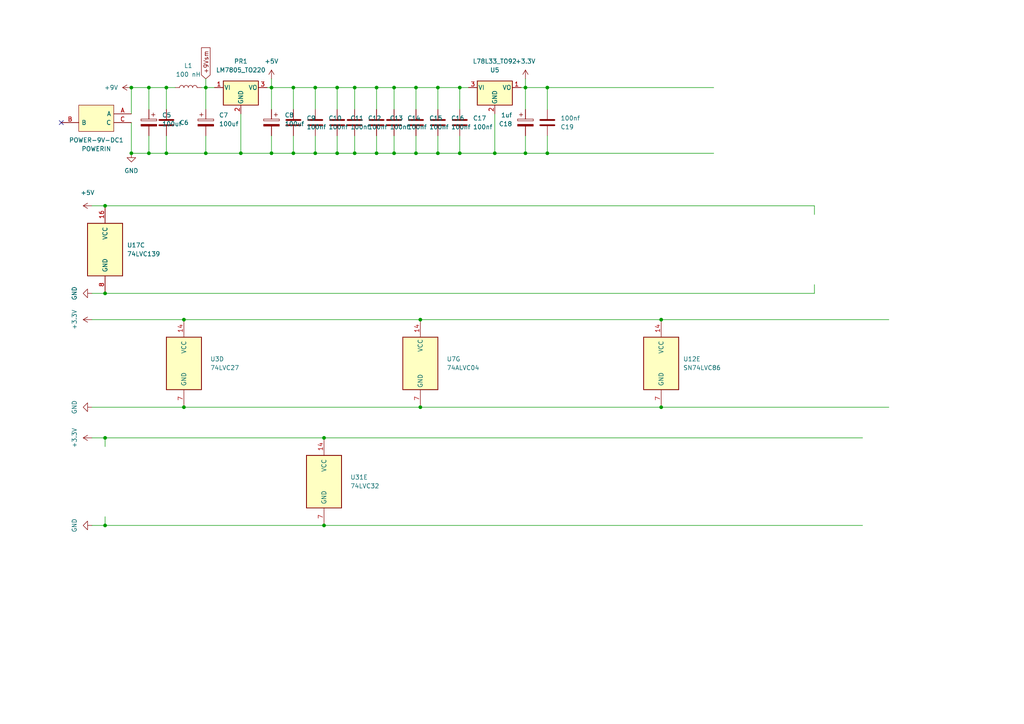
<source format=kicad_sch>
(kicad_sch (version 20211123) (generator eeschema)
  (paper "A4")
  (title_block (title "JupiterAce Z80 plus KIO and new memory format.") (rev "${REVNUM}") (company "Ontobus") (comment 1 "John Bradley") (comment 2 "https://creativecommons.org/licenses/by-nc-sa/4.0/") (comment 3 "Attribution-NonCommercial-ShareAlike 4.0 International License.") (comment 4 "This work is licensed under a Creative Commons "))
  (lib_symbols
    (symbol "74xx-FIX:74LS04"
      (property "Reference" "U" (at 0 1.27 0))
      (property "Value" "74LS04" (at 0 -1.27 0))
      (symbol "74LS04_1_0"
        (polyline (pts (xy -3.81 3.81) (xy -3.81 -3.81) (xy 3.81 0) (xy -3.81 3.81)) (stroke (width 0.254)) (fill (type background)))
        (pin input line (at -7.62 0 0) (length 3.81) (name "~") (number "1"))
        (pin output inverted (at 7.62 0 180) (length 3.81) (name "~") (number "2"))
      )
      (symbol "74LS04_2_0"
        (polyline (pts (xy -3.81 3.81) (xy -3.81 -3.81) (xy 3.81 0) (xy -3.81 3.81)) (stroke (width 0.254)) (fill (type background)))
        (pin input line (at -7.62 0 0) (length 3.81) (name "~") (number "3"))
        (pin output inverted (at 7.62 0 180) (length 3.81) (name "~") (number "4"))
      )
      (symbol "74LS04_3_0"
        (polyline (pts (xy -3.81 3.81) (xy -3.81 -3.81) (xy 3.81 0) (xy -3.81 3.81)) (stroke (width 0.254)) (fill (type background)))
        (pin input line (at -7.62 0 0) (length 3.81) (name "~") (number "5"))
        (pin output inverted (at 7.62 0 180) (length 3.81) (name "~") (number "6"))
      )
      (symbol "74LS04_4_0"
        (polyline (pts (xy -3.81 3.81) (xy -3.81 -3.81) (xy 3.81 0) (xy -3.81 3.81)) (stroke (width 0.254)) (fill (type background)))
        (pin output inverted (at 7.62 0 180) (length 3.81) (name "~") (number "8"))
        (pin input line (at -7.62 0 0) (length 3.81) (name "~") (number "9"))
      )
      (symbol "74LS04_5_0"
        (polyline (pts (xy -3.81 3.81) (xy -3.81 -3.81) (xy 3.81 0) (xy -3.81 3.81)) (stroke (width 0.254)) (fill (type background)))
        (pin output inverted (at 7.62 0 180) (length 3.81) (name "~") (number "10"))
        (pin input line (at -7.62 0 0) (length 3.81) (name "~") (number "11"))
      )
      (symbol "74LS04_6_0"
        (polyline (pts (xy -3.81 3.81) (xy -3.81 -3.81) (xy 3.81 0) (xy -3.81 3.81)) (stroke (width 0.254)) (fill (type background)))
        (pin output inverted (at 7.62 0 180) (length 3.81) (name "~") (number "12"))
        (pin input line (at -7.62 0 0) (length 3.81) (name "~") (number "13"))
      )
      (symbol "74LS04_7_0"
        (pin power_in line (at 0 12.7 270) (length 5.08) (name "VCC") (number "14"))
        (pin power_in line (at 0 -12.7 90) (length 5.08) (name "GND") (number "7"))
      )
      (symbol "74LS04_7_1"
        (rectangle (start -5.08 7.62) (end 5.08 -7.62) (stroke (width 0.254)) (fill (type background)))
      )
    )
    (symbol "74xx-FIX:74LS27" (pin_names (offset 1.016))
      (property "Reference" "U" (at 0 1.27 0))
      (property "Value" "74LS27" (at 0 -1.27 0))
      (symbol "74LS27_1_1"
        (arc (start -3.81 -3.81) (mid -2.589 0) (end -3.81 3.81) (stroke (width 0.254)))
        (arc (start -0.6096 -3.81) (mid 2.1855 -2.584) (end 3.81 0) (stroke (width 0.254)) (fill (type background)))
        (polyline (pts (xy -3.81 -3.81) (xy -0.635 -3.81)) (stroke (width 0.254)) (fill (type background)))
        (polyline (pts (xy -3.81 3.81) (xy -0.635 3.81)) (stroke (width 0.254)) (fill (type background)))
        (polyline (pts (xy -0.635 3.81) (xy -3.81 3.81) (xy -3.81 3.81) (xy -3.556 3.4036) (xy -3.0226 2.2606) (xy -2.6924 1.0414) (xy -2.6162 -0.254) (xy -2.7686 -1.4986) (xy -3.175 -2.7178) (xy -3.81 -3.81) (xy -3.81 -3.81) (xy -0.635 -3.81)) (stroke (width -25.4)) (fill (type background)))
        (arc (start 3.81 0) (mid 2.1928 2.5925) (end -0.6096 3.81) (stroke (width 0.254)) (fill (type background)))
        (pin input line (at -7.62 2.54 0) (length 4.318) (name "~") (number "1"))
        (pin output inverted (at 7.62 0 180) (length 3.81) (name "~") (number "12"))
        (pin input line (at -7.62 -2.54 0) (length 4.318) (name "~") (number "13"))
        (pin input line (at -7.62 0 0) (length 4.953) (name "~") (number "2"))
      )
      (symbol "74LS27_1_2"
        (arc (start 0 -3.81) (mid 3.81 0) (end 0 3.81) (stroke (width 0.254)) (fill (type background)))
        (polyline (pts (xy 0 3.81) (xy -3.81 3.81) (xy -3.81 -3.81) (xy 0 -3.81)) (stroke (width 0.254)) (fill (type background)))
        (pin input inverted (at -7.62 2.54 0) (length 3.81) (name "~") (number "1"))
        (pin output line (at 7.62 0 180) (length 3.81) (name "~") (number "12"))
        (pin input inverted (at -7.62 -2.54 0) (length 3.81) (name "~") (number "13"))
        (pin input inverted (at -7.62 0 0) (length 3.81) (name "~") (number "2"))
      )
      (symbol "74LS27_2_1"
        (arc (start -3.81 -3.81) (mid -2.589 0) (end -3.81 3.81) (stroke (width 0.254)))
        (arc (start -0.6096 -3.81) (mid 2.1855 -2.584) (end 3.81 0) (stroke (width 0.254)) (fill (type background)))
        (polyline (pts (xy -3.81 -3.81) (xy -0.635 -3.81)) (stroke (width 0.254)) (fill (type background)))
        (polyline (pts (xy -3.81 3.81) (xy -0.635 3.81)) (stroke (width 0.254)) (fill (type background)))
        (polyline (pts (xy -0.635 3.81) (xy -3.81 3.81) (xy -3.81 3.81) (xy -3.556 3.4036) (xy -3.0226 2.2606) (xy -2.6924 1.0414) (xy -2.6162 -0.254) (xy -2.7686 -1.4986) (xy -3.175 -2.7178) (xy -3.81 -3.81) (xy -3.81 -3.81) (xy -0.635 -3.81)) (stroke (width -25.4)) (fill (type background)))
        (arc (start 3.81 0) (mid 2.1928 2.5925) (end -0.6096 3.81) (stroke (width 0.254)) (fill (type background)))
        (pin input line (at -7.62 2.54 0) (length 4.318) (name "~") (number "3"))
        (pin input line (at -7.62 0 0) (length 4.953) (name "~") (number "4"))
        (pin input line (at -7.62 -2.54 0) (length 4.318) (name "~") (number "5"))
        (pin output inverted (at 7.62 0 180) (length 3.81) (name "~") (number "6"))
      )
      (symbol "74LS27_2_2"
        (arc (start 0 -3.81) (mid 3.81 0) (end 0 3.81) (stroke (width 0.254)) (fill (type background)))
        (polyline (pts (xy 0 3.81) (xy -3.81 3.81) (xy -3.81 -3.81) (xy 0 -3.81)) (stroke (width 0.254)) (fill (type background)))
        (pin input inverted (at -7.62 2.54 0) (length 3.81) (name "~") (number "3"))
        (pin input inverted (at -7.62 0 0) (length 3.81) (name "~") (number "4"))
        (pin input inverted (at -7.62 -2.54 0) (length 3.81) (name "~") (number "5"))
        (pin output line (at 7.62 0 180) (length 3.81) (name "~") (number "6"))
      )
      (symbol "74LS27_3_1"
        (arc (start -3.81 -3.81) (mid -2.589 0) (end -3.81 3.81) (stroke (width 0.254)))
        (arc (start -0.6096 -3.81) (mid 2.1855 -2.584) (end 3.81 0) (stroke (width 0.254)) (fill (type background)))
        (polyline (pts (xy -3.81 -3.81) (xy -0.635 -3.81)) (stroke (width 0.254)) (fill (type background)))
        (polyline (pts (xy -3.81 3.81) (xy -0.635 3.81)) (stroke (width 0.254)) (fill (type background)))
        (polyline (pts (xy -0.635 3.81) (xy -3.81 3.81) (xy -3.81 3.81) (xy -3.556 3.4036) (xy -3.0226 2.2606) (xy -2.6924 1.0414) (xy -2.6162 -0.254) (xy -2.7686 -1.4986) (xy -3.175 -2.7178) (xy -3.81 -3.81) (xy -3.81 -3.81) (xy -0.635 -3.81)) (stroke (width -25.4)) (fill (type background)))
        (arc (start 3.81 0) (mid 2.1928 2.5925) (end -0.6096 3.81) (stroke (width 0.254)) (fill (type background)))
        (pin input line (at -7.62 0 0) (length 4.953) (name "~") (number "10"))
        (pin input line (at -7.62 -2.54 0) (length 4.318) (name "~") (number "11"))
        (pin output inverted (at 7.62 0 180) (length 3.81) (name "~") (number "8"))
        (pin input line (at -7.62 2.54 0) (length 4.318) (name "~") (number "9"))
      )
      (symbol "74LS27_3_2"
        (arc (start 0 -3.81) (mid 3.81 0) (end 0 3.81) (stroke (width 0.254)) (fill (type background)))
        (polyline (pts (xy 0 3.81) (xy -3.81 3.81) (xy -3.81 -3.81) (xy 0 -3.81)) (stroke (width 0.254)) (fill (type background)))
        (pin input inverted (at -7.62 0 0) (length 3.81) (name "~") (number "10"))
        (pin input inverted (at -7.62 -2.54 0) (length 3.81) (name "~") (number "11"))
        (pin output line (at 7.62 0 180) (length 3.81) (name "~") (number "8"))
        (pin input inverted (at -7.62 2.54 0) (length 3.81) (name "~") (number "9"))
      )
      (symbol "74LS27_4_0"
        (pin power_in line (at 0 12.7 270) (length 5.08) (name "VCC") (number "14"))
        (pin power_in line (at 0 -12.7 90) (length 5.08) (name "GND") (number "7"))
      )
      (symbol "74LS27_4_1"
        (rectangle (start -5.08 7.62) (end 5.08 -7.62) (stroke (width 0.254)) (fill (type background)))
      )
    )
    (symbol "74xx-FIX:74LS32" (pin_names (offset 1.016))
      (property "Reference" "U" (at 0 1.27 0))
      (property "Value" "74LS32" (at 0 -1.27 0))
      (symbol "74LS32_1_1"
        (arc (start -3.81 -3.81) (mid -2.589 0) (end -3.81 3.81) (stroke (width 0.254)))
        (arc (start -0.6096 -3.81) (mid 2.1855 -2.584) (end 3.81 0) (stroke (width 0.254)) (fill (type background)))
        (polyline (pts (xy -3.81 -3.81) (xy -0.635 -3.81)) (stroke (width 0.254)) (fill (type background)))
        (polyline (pts (xy -3.81 3.81) (xy -0.635 3.81)) (stroke (width 0.254)) (fill (type background)))
        (polyline (pts (xy -0.635 3.81) (xy -3.81 3.81) (xy -3.81 3.81) (xy -3.556 3.4036) (xy -3.0226 2.2606) (xy -2.6924 1.0414) (xy -2.6162 -0.254) (xy -2.7686 -1.4986) (xy -3.175 -2.7178) (xy -3.81 -3.81) (xy -3.81 -3.81) (xy -0.635 -3.81)) (stroke (width -25.4)) (fill (type background)))
        (arc (start 3.81 0) (mid 2.1928 2.5925) (end -0.6096 3.81) (stroke (width 0.254)) (fill (type background)))
        (pin input line (at -7.62 2.54 0) (length 4.318) (name "~") (number "1"))
        (pin input line (at -7.62 -2.54 0) (length 4.318) (name "~") (number "2"))
        (pin output line (at 7.62 0 180) (length 3.81) (name "~") (number "3"))
      )
      (symbol "74LS32_1_2"
        (arc (start 0 -3.81) (mid 3.81 0) (end 0 3.81) (stroke (width 0.254)) (fill (type background)))
        (polyline (pts (xy 0 3.81) (xy -3.81 3.81) (xy -3.81 -3.81) (xy 0 -3.81)) (stroke (width 0.254)) (fill (type background)))
        (pin input inverted (at -7.62 2.54 0) (length 3.81) (name "~") (number "1"))
        (pin input inverted (at -7.62 -2.54 0) (length 3.81) (name "~") (number "2"))
        (pin output inverted (at 7.62 0 180) (length 3.81) (name "~") (number "3"))
      )
      (symbol "74LS32_2_1"
        (arc (start -3.81 -3.81) (mid -2.589 0) (end -3.81 3.81) (stroke (width 0.254)))
        (arc (start -0.6096 -3.81) (mid 2.1855 -2.584) (end 3.81 0) (stroke (width 0.254)) (fill (type background)))
        (polyline (pts (xy -3.81 -3.81) (xy -0.635 -3.81)) (stroke (width 0.254)) (fill (type background)))
        (polyline (pts (xy -3.81 3.81) (xy -0.635 3.81)) (stroke (width 0.254)) (fill (type background)))
        (polyline (pts (xy -0.635 3.81) (xy -3.81 3.81) (xy -3.81 3.81) (xy -3.556 3.4036) (xy -3.0226 2.2606) (xy -2.6924 1.0414) (xy -2.6162 -0.254) (xy -2.7686 -1.4986) (xy -3.175 -2.7178) (xy -3.81 -3.81) (xy -3.81 -3.81) (xy -0.635 -3.81)) (stroke (width -25.4)) (fill (type background)))
        (arc (start 3.81 0) (mid 2.1928 2.5925) (end -0.6096 3.81) (stroke (width 0.254)) (fill (type background)))
        (pin input line (at -7.62 2.54 0) (length 4.318) (name "~") (number "4"))
        (pin input line (at -7.62 -2.54 0) (length 4.318) (name "~") (number "5"))
        (pin output line (at 7.62 0 180) (length 3.81) (name "~") (number "6"))
      )
      (symbol "74LS32_2_2"
        (arc (start 0 -3.81) (mid 3.81 0) (end 0 3.81) (stroke (width 0.254)) (fill (type background)))
        (polyline (pts (xy 0 3.81) (xy -3.81 3.81) (xy -3.81 -3.81) (xy 0 -3.81)) (stroke (width 0.254)) (fill (type background)))
        (pin input inverted (at -7.62 2.54 0) (length 3.81) (name "~") (number "4"))
        (pin input inverted (at -7.62 -2.54 0) (length 3.81) (name "~") (number "5"))
        (pin output inverted (at 7.62 0 180) (length 3.81) (name "~") (number "6"))
      )
      (symbol "74LS32_3_1"
        (arc (start -3.81 -3.81) (mid -2.589 0) (end -3.81 3.81) (stroke (width 0.254)))
        (arc (start -0.6096 -3.81) (mid 2.1855 -2.584) (end 3.81 0) (stroke (width 0.254)) (fill (type background)))
        (polyline (pts (xy -3.81 -3.81) (xy -0.635 -3.81)) (stroke (width 0.254)) (fill (type background)))
        (polyline (pts (xy -3.81 3.81) (xy -0.635 3.81)) (stroke (width 0.254)) (fill (type background)))
        (polyline (pts (xy -0.635 3.81) (xy -3.81 3.81) (xy -3.81 3.81) (xy -3.556 3.4036) (xy -3.0226 2.2606) (xy -2.6924 1.0414) (xy -2.6162 -0.254) (xy -2.7686 -1.4986) (xy -3.175 -2.7178) (xy -3.81 -3.81) (xy -3.81 -3.81) (xy -0.635 -3.81)) (stroke (width -25.4)) (fill (type background)))
        (arc (start 3.81 0) (mid 2.1928 2.5925) (end -0.6096 3.81) (stroke (width 0.254)) (fill (type background)))
        (pin input line (at -7.62 -2.54 0) (length 4.318) (name "~") (number "10"))
        (pin output line (at 7.62 0 180) (length 3.81) (name "~") (number "8"))
        (pin input line (at -7.62 2.54 0) (length 4.318) (name "~") (number "9"))
      )
      (symbol "74LS32_3_2"
        (arc (start 0 -3.81) (mid 3.81 0) (end 0 3.81) (stroke (width 0.254)) (fill (type background)))
        (polyline (pts (xy 0 3.81) (xy -3.81 3.81) (xy -3.81 -3.81) (xy 0 -3.81)) (stroke (width 0.254)) (fill (type background)))
        (pin input inverted (at -7.62 -2.54 0) (length 3.81) (name "~") (number "10"))
        (pin output inverted (at 7.62 0 180) (length 3.81) (name "~") (number "8"))
        (pin input inverted (at -7.62 2.54 0) (length 3.81) (name "~") (number "9"))
      )
      (symbol "74LS32_4_1"
        (arc (start -3.81 -3.81) (mid -2.589 0) (end -3.81 3.81) (stroke (width 0.254)))
        (arc (start -0.6096 -3.81) (mid 2.1855 -2.584) (end 3.81 0) (stroke (width 0.254)) (fill (type background)))
        (polyline (pts (xy -3.81 -3.81) (xy -0.635 -3.81)) (stroke (width 0.254)) (fill (type background)))
        (polyline (pts (xy -3.81 3.81) (xy -0.635 3.81)) (stroke (width 0.254)) (fill (type background)))
        (polyline (pts (xy -0.635 3.81) (xy -3.81 3.81) (xy -3.81 3.81) (xy -3.556 3.4036) (xy -3.0226 2.2606) (xy -2.6924 1.0414) (xy -2.6162 -0.254) (xy -2.7686 -1.4986) (xy -3.175 -2.7178) (xy -3.81 -3.81) (xy -3.81 -3.81) (xy -0.635 -3.81)) (stroke (width -25.4)) (fill (type background)))
        (arc (start 3.81 0) (mid 2.1928 2.5925) (end -0.6096 3.81) (stroke (width 0.254)) (fill (type background)))
        (pin output line (at 7.62 0 180) (length 3.81) (name "~") (number "11"))
        (pin input line (at -7.62 2.54 0) (length 4.318) (name "~") (number "12"))
        (pin input line (at -7.62 -2.54 0) (length 4.318) (name "~") (number "13"))
      )
      (symbol "74LS32_4_2"
        (arc (start 0 -3.81) (mid 3.81 0) (end 0 3.81) (stroke (width 0.254)) (fill (type background)))
        (polyline (pts (xy 0 3.81) (xy -3.81 3.81) (xy -3.81 -3.81) (xy 0 -3.81)) (stroke (width 0.254)) (fill (type background)))
        (pin output inverted (at 7.62 0 180) (length 3.81) (name "~") (number "11"))
        (pin input inverted (at -7.62 2.54 0) (length 3.81) (name "~") (number "12"))
        (pin input inverted (at -7.62 -2.54 0) (length 3.81) (name "~") (number "13"))
      )
      (symbol "74LS32_5_0"
        (pin power_in line (at 0 12.7 270) (length 5.08) (name "VCC") (number "14"))
        (pin power_in line (at 0 -12.7 90) (length 5.08) (name "GND") (number "7"))
      )
      (symbol "74LS32_5_1"
        (rectangle (start -5.08 7.62) (end 5.08 -7.62) (stroke (width 0.254)) (fill (type background)))
      )
    )
    (symbol "74xx:74LS139" (pin_names (offset 1.016))
      (property "Reference" "U" (at -7.62 8.89 0))
      (property "Value" "74LS139" (at -7.62 -8.89 0))
      (symbol "74LS139_1_0"
        (pin input inverted (at -12.7 -5.08 0) (length 5.08) (name "E") (number "1"))
        (pin input line (at -12.7 0 0) (length 5.08) (name "A0") (number "2"))
        (pin input line (at -12.7 2.54 0) (length 5.08) (name "A1") (number "3"))
        (pin output inverted (at 12.7 2.54 180) (length 5.08) (name "O0") (number "4"))
        (pin output inverted (at 12.7 0 180) (length 5.08) (name "O1") (number "5"))
        (pin output inverted (at 12.7 -2.54 180) (length 5.08) (name "O2") (number "6"))
        (pin output inverted (at 12.7 -5.08 180) (length 5.08) (name "O3") (number "7"))
      )
      (symbol "74LS139_1_1"
        (rectangle (start -7.62 5.08) (end 7.62 -7.62) (stroke (width 0.254)) (fill (type background)))
      )
      (symbol "74LS139_2_0"
        (pin output inverted (at 12.7 -2.54 180) (length 5.08) (name "O2") (number "10"))
        (pin output inverted (at 12.7 0 180) (length 5.08) (name "O1") (number "11"))
        (pin output inverted (at 12.7 2.54 180) (length 5.08) (name "O0") (number "12"))
        (pin input line (at -12.7 2.54 0) (length 5.08) (name "A1") (number "13"))
        (pin input line (at -12.7 0 0) (length 5.08) (name "A0") (number "14"))
        (pin input inverted (at -12.7 -5.08 0) (length 5.08) (name "E") (number "15"))
        (pin output inverted (at 12.7 -5.08 180) (length 5.08) (name "O3") (number "9"))
      )
      (symbol "74LS139_2_1"
        (rectangle (start -7.62 5.08) (end 7.62 -7.62) (stroke (width 0.254)) (fill (type background)))
      )
      (symbol "74LS139_3_0"
        (pin power_in line (at 0 12.7 270) (length 5.08) (name "VCC") (number "16"))
        (pin power_in line (at 0 -12.7 90) (length 5.08) (name "GND") (number "8"))
      )
      (symbol "74LS139_3_1"
        (rectangle (start -5.08 7.62) (end 5.08 -7.62) (stroke (width 0.254)) (fill (type background)))
      )
    )
    (symbol "74xx:74LS86" (pin_names (offset 1.016))
      (property "Reference" "U" (at 0 1.27 0))
      (property "Value" "74LS86" (at 0 -1.27 0))
      (symbol "74LS86_1_0"
        (arc (start -4.4196 -3.81) (mid -3.2033 0) (end -4.4196 3.81) (stroke (width 0.254)))
        (arc (start -3.81 -3.81) (mid -2.589 0) (end -3.81 3.81) (stroke (width 0.254)))
        (arc (start -0.6096 -3.81) (mid 2.1842 -2.5851) (end 3.81 0) (stroke (width 0.254)) (fill (type background)))
        (polyline (pts (xy -3.81 -3.81) (xy -0.635 -3.81)) (stroke (width 0.254)) (fill (type background)))
        (polyline (pts (xy -3.81 3.81) (xy -0.635 3.81)) (stroke (width 0.254)) (fill (type background)))
        (polyline (pts (xy -0.635 3.81) (xy -3.81 3.81) (xy -3.81 3.81) (xy -3.556 3.4036) (xy -3.0226 2.2606) (xy -2.6924 1.0414) (xy -2.6162 -0.254) (xy -2.7686 -1.4986) (xy -3.175 -2.7178) (xy -3.81 -3.81) (xy -3.81 -3.81) (xy -0.635 -3.81)) (stroke (width -25.4)) (fill (type background)))
        (arc (start 3.81 0) (mid 2.1915 2.5936) (end -0.6096 3.81) (stroke (width 0.254)) (fill (type background)))
        (pin input line (at -7.62 2.54 0) (length 4.445) (name "~") (number "1"))
        (pin input line (at -7.62 -2.54 0) (length 4.445) (name "~") (number "2"))
        (pin output line (at 7.62 0 180) (length 3.81) (name "~") (number "3"))
      )
      (symbol "74LS86_1_1"
        (polyline (pts (xy -3.81 -2.54) (xy -3.175 -2.54)) (stroke (width 0.1524)))
        (polyline (pts (xy -3.81 2.54) (xy -3.175 2.54)) (stroke (width 0.1524)))
      )
      (symbol "74LS86_2_0"
        (arc (start -4.4196 -3.81) (mid -3.2033 0) (end -4.4196 3.81) (stroke (width 0.254)))
        (arc (start -3.81 -3.81) (mid -2.589 0) (end -3.81 3.81) (stroke (width 0.254)))
        (arc (start -0.6096 -3.81) (mid 2.1842 -2.5851) (end 3.81 0) (stroke (width 0.254)) (fill (type background)))
        (polyline (pts (xy -3.81 -3.81) (xy -0.635 -3.81)) (stroke (width 0.254)) (fill (type background)))
        (polyline (pts (xy -3.81 3.81) (xy -0.635 3.81)) (stroke (width 0.254)) (fill (type background)))
        (polyline (pts (xy -0.635 3.81) (xy -3.81 3.81) (xy -3.81 3.81) (xy -3.556 3.4036) (xy -3.0226 2.2606) (xy -2.6924 1.0414) (xy -2.6162 -0.254) (xy -2.7686 -1.4986) (xy -3.175 -2.7178) (xy -3.81 -3.81) (xy -3.81 -3.81) (xy -0.635 -3.81)) (stroke (width -25.4)) (fill (type background)))
        (arc (start 3.81 0) (mid 2.1915 2.5936) (end -0.6096 3.81) (stroke (width 0.254)) (fill (type background)))
        (pin input line (at -7.62 2.54 0) (length 4.445) (name "~") (number "4"))
        (pin input line (at -7.62 -2.54 0) (length 4.445) (name "~") (number "5"))
        (pin output line (at 7.62 0 180) (length 3.81) (name "~") (number "6"))
      )
      (symbol "74LS86_2_1"
        (polyline (pts (xy -3.81 -2.54) (xy -3.175 -2.54)) (stroke (width 0.1524)))
        (polyline (pts (xy -3.81 2.54) (xy -3.175 2.54)) (stroke (width 0.1524)))
      )
      (symbol "74LS86_3_0"
        (arc (start -4.4196 -3.81) (mid -3.2033 0) (end -4.4196 3.81) (stroke (width 0.254)))
        (arc (start -3.81 -3.81) (mid -2.589 0) (end -3.81 3.81) (stroke (width 0.254)))
        (arc (start -0.6096 -3.81) (mid 2.1842 -2.5851) (end 3.81 0) (stroke (width 0.254)) (fill (type background)))
        (polyline (pts (xy -3.81 -3.81) (xy -0.635 -3.81)) (stroke (width 0.254)) (fill (type background)))
        (polyline (pts (xy -3.81 3.81) (xy -0.635 3.81)) (stroke (width 0.254)) (fill (type background)))
        (polyline (pts (xy -0.635 3.81) (xy -3.81 3.81) (xy -3.81 3.81) (xy -3.556 3.4036) (xy -3.0226 2.2606) (xy -2.6924 1.0414) (xy -2.6162 -0.254) (xy -2.7686 -1.4986) (xy -3.175 -2.7178) (xy -3.81 -3.81) (xy -3.81 -3.81) (xy -0.635 -3.81)) (stroke (width -25.4)) (fill (type background)))
        (arc (start 3.81 0) (mid 2.1915 2.5936) (end -0.6096 3.81) (stroke (width 0.254)) (fill (type background)))
        (pin input line (at -7.62 -2.54 0) (length 4.445) (name "~") (number "10"))
        (pin output line (at 7.62 0 180) (length 3.81) (name "~") (number "8"))
        (pin input line (at -7.62 2.54 0) (length 4.445) (name "~") (number "9"))
      )
      (symbol "74LS86_3_1"
        (polyline (pts (xy -3.81 -2.54) (xy -3.175 -2.54)) (stroke (width 0.1524)))
        (polyline (pts (xy -3.81 2.54) (xy -3.175 2.54)) (stroke (width 0.1524)))
      )
      (symbol "74LS86_4_0"
        (arc (start -4.4196 -3.81) (mid -3.2033 0) (end -4.4196 3.81) (stroke (width 0.254)))
        (arc (start -3.81 -3.81) (mid -2.589 0) (end -3.81 3.81) (stroke (width 0.254)))
        (arc (start -0.6096 -3.81) (mid 2.1842 -2.5851) (end 3.81 0) (stroke (width 0.254)) (fill (type background)))
        (polyline (pts (xy -3.81 -3.81) (xy -0.635 -3.81)) (stroke (width 0.254)) (fill (type background)))
        (polyline (pts (xy -3.81 3.81) (xy -0.635 3.81)) (stroke (width 0.254)) (fill (type background)))
        (polyline (pts (xy -0.635 3.81) (xy -3.81 3.81) (xy -3.81 3.81) (xy -3.556 3.4036) (xy -3.0226 2.2606) (xy -2.6924 1.0414) (xy -2.6162 -0.254) (xy -2.7686 -1.4986) (xy -3.175 -2.7178) (xy -3.81 -3.81) (xy -3.81 -3.81) (xy -0.635 -3.81)) (stroke (width -25.4)) (fill (type background)))
        (arc (start 3.81 0) (mid 2.1915 2.5936) (end -0.6096 3.81) (stroke (width 0.254)) (fill (type background)))
        (pin output line (at 7.62 0 180) (length 3.81) (name "~") (number "11"))
        (pin input line (at -7.62 2.54 0) (length 4.445) (name "~") (number "12"))
        (pin input line (at -7.62 -2.54 0) (length 4.445) (name "~") (number "13"))
      )
      (symbol "74LS86_4_1"
        (polyline (pts (xy -3.81 -2.54) (xy -3.175 -2.54)) (stroke (width 0.1524)))
        (polyline (pts (xy -3.81 2.54) (xy -3.175 2.54)) (stroke (width 0.1524)))
      )
      (symbol "74LS86_5_0"
        (pin power_in line (at 0 12.7 270) (length 5.08) (name "VCC") (number "14"))
        (pin power_in line (at 0 -12.7 90) (length 5.08) (name "GND") (number "7"))
      )
      (symbol "74LS86_5_1"
        (rectangle (start -5.08 7.62) (end 5.08 -7.62) (stroke (width 0.254)) (fill (type background)))
      )
    )
    (symbol "Device:C" (pin_numbers hide) (pin_names (offset 0.254))
      (property "Reference" "C" (at 0.635 2.54 0))
      (property "Value" "C" (at 0.635 -2.54 0))
      (symbol "C_0_1"
        (polyline (pts (xy -2.032 -0.762) (xy 2.032 -0.762)) (stroke (width 0.508)))
        (polyline (pts (xy -2.032 0.762) (xy 2.032 0.762)) (stroke (width 0.508)))
      )
      (symbol "C_1_1"
        (pin passive line (at 0 3.81 270) (length 2.794) (name "~") (number "1"))
        (pin passive line (at 0 -3.81 90) (length 2.794) (name "~") (number "2"))
      )
    )
    (symbol "Device:C_Polarized" (pin_numbers hide) (pin_names (offset 0.254))
      (property "Reference" "C" (at 0.635 2.54 0))
      (property "Value" "C_Polarized" (at 0.635 -2.54 0))
      (symbol "C_Polarized_0_1"
        (rectangle (start -2.286 0.508) (end 2.286 1.016))
        (polyline (pts (xy -1.778 2.286) (xy -0.762 2.286)))
        (polyline (pts (xy -1.27 2.794) (xy -1.27 1.778)))
        (rectangle (start 2.286 -0.508) (end -2.286 -1.016) (fill (type outline)))
      )
      (symbol "C_Polarized_1_1"
        (pin passive line (at 0 3.81 270) (length 2.794) (name "~") (number "1"))
        (pin passive line (at 0 -3.81 90) (length 2.794) (name "~") (number "2"))
      )
    )
    (symbol "ExtraSymbols:163-179PH-EX" (pin_names (offset 0.762))
      (property "Reference" "J" (at 16.51 7.62 0))
      (property "Value" "163-179PH-EX" (at 16.51 5.08 0))
      (symbol "163-179PH-EX_0_0"
        (pin power_out line (at 20.32 -2.54 180) (length 5.08) (name "A") (number "A"))
        (pin power_out line (at 0 0 0) (length 5.08) (name "B") (number "B"))
        (pin power_out line (at 20.32 0 180) (length 5.08) (name "C") (number "C"))
      )
      (symbol "163-179PH-EX_0_1"
        (polyline (pts (xy 5.08 2.54) (xy 15.24 2.54) (xy 15.24 -5.08) (xy 5.08 -5.08) (xy 5.08 2.54)) (stroke (width 0.1524)) (fill (type background)))
      )
    )
    (symbol "ExtraSymbols:L(PSU)" (pin_numbers hide) (pin_names (offset 1.016) hide)
      (property "Reference" "L" (at -1.27 0 90))
      (property "Value" "L(PSU)" (at 1.905 0 90))
      (symbol "L(PSU)_0_1"
        (arc (start 0 -2.54) (mid 0.635 -1.905) (end 0 -1.27))
        (arc (start 0 -1.27) (mid 0.635 -0.635) (end 0 0))
        (arc (start 0 0) (mid 0.635 0.635) (end 0 1.27))
        (arc (start 0 1.27) (mid 0.635 1.905) (end 0 2.54))
      )
      (symbol "L(PSU)_1_1"
        (pin power_in line (at 0 3.81 270) (length 1.27) (name "1") (number "1"))
        (pin power_out line (at 0 -3.81 90) (length 1.27) (name "2") (number "2"))
      )
    )
    (symbol "Regulator_Linear:L78L33_TO92" (pin_names (offset 0.254))
      (property "Reference" "U" (at -3.81 3.175 0))
      (property "Value" "L78L33_TO92" (at 0 3.175 0))
      (symbol "L78L33_TO92_0_1"
        (rectangle (start -5.08 -5.08) (end 5.08 1.905) (stroke (width 0.254)) (fill (type background)))
      )
      (symbol "L78L33_TO92_1_1"
        (pin power_out line (at 7.62 0 180) (length 2.54) (name "VO") (number "1"))
        (pin power_in line (at 0 -7.62 90) (length 2.54) (name "GND") (number "2"))
        (pin power_in line (at -7.62 0 0) (length 2.54) (name "VI") (number "3"))
      )
    )
    (symbol "Regulator_Linear:LM7805_TO220" (pin_names (offset 0.254))
      (property "Reference" "U" (at -3.81 3.175 0))
      (property "Value" "LM7805_TO220" (at 0 3.175 0))
      (symbol "LM7805_TO220_0_1"
        (rectangle (start -5.08 1.905) (end 5.08 -5.08) (stroke (width 0.254)) (fill (type background)))
      )
      (symbol "LM7805_TO220_1_1"
        (pin power_in line (at -7.62 0 0) (length 2.54) (name "VI") (number "1"))
        (pin power_in line (at 0 -7.62 90) (length 2.54) (name "GND") (number "2"))
        (pin power_out line (at 7.62 0 180) (length 2.54) (name "VO") (number "3"))
      )
    )
    (symbol "power:+3.3V" (power) (pin_names (offset 0))
      (property "Value" "+3.3V" (at 0 3.556 0))
      (symbol "+3.3V_0_1"
        (polyline (pts (xy -0.762 1.27) (xy 0 2.54)))
        (polyline (pts (xy 0 0) (xy 0 2.54)))
        (polyline (pts (xy 0 2.54) (xy 0.762 1.27)))
      )
      (symbol "+3.3V_1_1"
        (pin power_in line (at 0 0 90) (length 0) hide (name "+3.3V") (number "1"))
      )
    )
    (symbol "power:+5V" (power) (pin_names (offset 0))
      (property "Value" "+5V" (at 0 3.556 0))
      (symbol "+5V_0_1"
        (polyline (pts (xy -0.762 1.27) (xy 0 2.54)))
        (polyline (pts (xy 0 0) (xy 0 2.54)))
        (polyline (pts (xy 0 2.54) (xy 0.762 1.27)))
      )
      (symbol "+5V_1_1"
        (pin power_in line (at 0 0 90) (length 0) hide (name "+5V") (number "1"))
      )
    )
    (symbol "power:+9V" (power) (pin_names (offset 0))
      (property "Value" "+9V" (at 0 3.556 0))
      (symbol "+9V_0_1"
        (polyline (pts (xy -0.762 1.27) (xy 0 2.54)))
        (polyline (pts (xy 0 0) (xy 0 2.54)))
        (polyline (pts (xy 0 2.54) (xy 0.762 1.27)))
      )
      (symbol "+9V_1_1"
        (pin power_in line (at 0 0 90) (length 0) hide (name "+9V") (number "1"))
      )
    )
    (symbol "power:GND" (power) (pin_names (offset 0))
      (property "Value" "GND" (at 0 -3.81 0))
      (symbol "GND_0_1"
        (polyline (pts (xy 0 0) (xy 0 -1.27) (xy 1.27 -1.27) (xy 0 -2.54) (xy -1.27 -1.27) (xy 0 -1.27)))
      )
      (symbol "GND_1_1"
        (pin power_in line (at 0 0 270) (length 0) hide (name "GND") (number "1"))
      )
    )
  )
  (junction (at 109.22 25.4))
  (junction (at 48.26 25.4))
  (junction (at 93.98 127))
  (junction (at 97.79 44.45))
  (junction (at 121.92 92.71))
  (junction (at 38.1 25.4))
  (junction (at 91.44 44.45))
  (junction (at 158.75 25.4))
  (junction (at 97.79 25.4))
  (junction (at 85.09 44.45))
  (junction (at 30.48 127))
  (junction (at 59.69 44.45))
  (junction (at 30.48 85.09))
  (junction (at 133.35 25.4))
  (junction (at 191.77 92.71))
  (junction (at 93.98 152.4))
  (junction (at 158.75 44.45))
  (junction (at 120.65 25.4))
  (junction (at 109.22 44.45))
  (junction (at 120.65 44.45))
  (junction (at 152.4 44.45))
  (junction (at 78.74 44.45))
  (junction (at 133.35 44.45))
  (junction (at 114.3 25.4))
  (junction (at 127 44.45))
  (junction (at 78.74 25.4))
  (junction (at 91.44 25.4))
  (junction (at 191.77 118.11))
  (junction (at 102.87 25.4))
  (junction (at 43.18 44.45))
  (junction (at 48.26 44.45))
  (junction (at 53.34 118.11))
  (junction (at 69.85 44.45))
  (junction (at 59.69 25.4))
  (junction (at 121.92 118.11))
  (junction (at 102.87 44.45))
  (junction (at 85.09 25.4))
  (junction (at 143.51 44.45))
  (junction (at 43.18 25.4))
  (junction (at 152.4 25.4))
  (junction (at 53.34 92.71))
  (junction (at 38.1 44.45))
  (junction (at 114.3 44.45))
  (junction (at 30.48 152.4))
  (junction (at 30.48 59.69))
  (junction (at 127 25.4))
  (no_connect (at 17.78 35.56))
  (wire (pts (xy 30.48 85.09) (xy 236.22 85.09)))
  (wire (pts (xy 109.22 39.37) (xy 109.22 44.45)))
  (wire (pts (xy 158.75 39.37) (xy 158.75 44.45)))
  (wire (pts (xy 127 25.4) (xy 127 31.75)))
  (wire (pts (xy 26.67 118.11) (xy 53.34 118.11)))
  (wire (pts (xy 97.79 25.4) (xy 97.79 31.75)))
  (wire (pts (xy 78.74 31.75) (xy 78.74 25.4)))
  (wire (pts (xy 78.74 39.37) (xy 78.74 44.45)))
  (wire (pts (xy 102.87 25.4) (xy 102.87 31.75)))
  (wire (pts (xy 102.87 44.45) (xy 109.22 44.45)))
  (wire (pts (xy 69.85 33.02) (xy 69.85 44.45)))
  (wire (pts (xy 50.8 25.4) (xy 48.26 25.4)))
  (wire (pts (xy 133.35 44.45) (xy 143.51 44.45)))
  (wire (pts (xy 133.35 25.4) (xy 133.35 31.75)))
  (wire (pts (xy 97.79 25.4) (xy 102.87 25.4)))
  (wire (pts (xy 120.65 25.4) (xy 120.65 31.75)))
  (wire (pts (xy 62.23 25.4) (xy 59.69 25.4)))
  (wire (pts (xy 133.35 39.37) (xy 133.35 44.45)))
  (wire (pts (xy 77.47 25.4) (xy 78.74 25.4)))
  (wire (pts (xy 121.92 92.71) (xy 191.77 92.71)))
  (wire (pts (xy 38.1 25.4) (xy 38.1 33.02)))
  (wire (pts (xy 69.85 44.45) (xy 78.74 44.45)))
  (wire (pts (xy 121.92 118.11) (xy 191.77 118.11)))
  (wire (pts (xy 59.69 39.37) (xy 59.69 44.45)))
  (wire (pts (xy 85.09 25.4) (xy 91.44 25.4)))
  (wire (pts (xy 152.4 44.45) (xy 158.75 44.45)))
  (wire (pts (xy 191.77 92.71) (xy 257.81 92.71)))
  (wire (pts (xy 38.1 35.56) (xy 38.1 44.45)))
  (wire (pts (xy 30.48 127) (xy 93.98 127)))
  (wire (pts (xy 236.22 82.55) (xy 236.22 85.09)))
  (wire (pts (xy 78.74 25.4) (xy 85.09 25.4)))
  (wire (pts (xy 91.44 25.4) (xy 97.79 25.4)))
  (wire (pts (xy 59.69 44.45) (xy 69.85 44.45)))
  (wire (pts (xy 30.48 149.86) (xy 30.48 152.4)))
  (wire (pts (xy 127 39.37) (xy 127 44.45)))
  (wire (pts (xy 158.75 25.4) (xy 158.75 31.75)))
  (wire (pts (xy 26.67 85.09) (xy 30.48 85.09)))
  (wire (pts (xy 120.65 25.4) (xy 127 25.4)))
  (wire (pts (xy 120.65 44.45) (xy 127 44.45)))
  (wire (pts (xy 30.48 59.69) (xy 236.22 59.69)))
  (wire (pts (xy 53.34 92.71) (xy 121.92 92.71)))
  (wire (pts (xy 152.4 25.4) (xy 152.4 22.86)))
  (wire (pts (xy 85.09 44.45) (xy 91.44 44.45)))
  (wire (pts (xy 152.4 39.37) (xy 152.4 44.45)))
  (wire (pts (xy 102.87 39.37) (xy 102.87 44.45)))
  (wire (pts (xy 109.22 25.4) (xy 114.3 25.4)))
  (wire (pts (xy 91.44 39.37) (xy 91.44 44.45)))
  (wire (pts (xy 43.18 44.45) (xy 38.1 44.45)))
  (wire (pts (xy 135.89 25.4) (xy 133.35 25.4)))
  (wire (pts (xy 97.79 44.45) (xy 102.87 44.45)))
  (wire (pts (xy 78.74 44.45) (xy 85.09 44.45)))
  (wire (pts (xy 152.4 25.4) (xy 151.13 25.4)))
  (wire (pts (xy 120.65 39.37) (xy 120.65 44.45)))
  (wire (pts (xy 26.67 59.69) (xy 30.48 59.69)))
  (wire (pts (xy 114.3 25.4) (xy 114.3 31.75)))
  (wire (pts (xy 48.26 44.45) (xy 43.18 44.45)))
  (wire (pts (xy 26.67 127) (xy 30.48 127)))
  (wire (pts (xy 43.18 39.37) (xy 43.18 44.45)))
  (wire (pts (xy 158.75 44.45) (xy 207.01 44.45)))
  (wire (pts (xy 143.51 44.45) (xy 143.51 33.02)))
  (wire (pts (xy 43.18 25.4) (xy 48.26 25.4)))
  (wire (pts (xy 58.42 25.4) (xy 59.69 25.4)))
  (wire (pts (xy 91.44 44.45) (xy 97.79 44.45)))
  (wire (pts (xy 59.69 25.4) (xy 59.69 31.75)))
  (wire (pts (xy 236.22 62.23) (xy 236.22 59.69)))
  (wire (pts (xy 114.3 25.4) (xy 120.65 25.4)))
  (wire (pts (xy 143.51 44.45) (xy 152.4 44.45)))
  (wire (pts (xy 26.67 152.4) (xy 30.48 152.4)))
  (wire (pts (xy 109.22 44.45) (xy 114.3 44.45)))
  (wire (pts (xy 59.69 22.86) (xy 59.69 25.4)))
  (wire (pts (xy 93.98 127) (xy 250.19 127)))
  (wire (pts (xy 26.67 92.71) (xy 53.34 92.71)))
  (wire (pts (xy 127 44.45) (xy 133.35 44.45)))
  (wire (pts (xy 114.3 39.37) (xy 114.3 44.45)))
  (wire (pts (xy 48.26 25.4) (xy 48.26 31.75)))
  (wire (pts (xy 30.48 127) (xy 30.48 129.54)))
  (wire (pts (xy 97.79 39.37) (xy 97.79 44.45)))
  (wire (pts (xy 127 25.4) (xy 133.35 25.4)))
  (wire (pts (xy 85.09 39.37) (xy 85.09 44.45)))
  (wire (pts (xy 152.4 31.75) (xy 152.4 25.4)))
  (wire (pts (xy 93.98 152.4) (xy 250.19 152.4)))
  (wire (pts (xy 38.1 25.4) (xy 43.18 25.4)))
  (wire (pts (xy 114.3 44.45) (xy 120.65 44.45)))
  (wire (pts (xy 43.18 31.75) (xy 43.18 25.4)))
  (wire (pts (xy 30.48 152.4) (xy 93.98 152.4)))
  (wire (pts (xy 85.09 25.4) (xy 85.09 31.75)))
  (wire (pts (xy 109.22 25.4) (xy 109.22 31.75)))
  (wire (pts (xy 59.69 44.45) (xy 48.26 44.45)))
  (wire (pts (xy 102.87 25.4) (xy 109.22 25.4)))
  (wire (pts (xy 78.74 22.86) (xy 78.74 25.4)))
  (wire (pts (xy 53.34 118.11) (xy 121.92 118.11)))
  (wire (pts (xy 191.77 118.11) (xy 257.81 118.11)))
  (wire (pts (xy 152.4 25.4) (xy 158.75 25.4)))
  (wire (pts (xy 91.44 25.4) (xy 91.44 31.75)))
  (wire (pts (xy 158.75 25.4) (xy 207.01 25.4)))
  (wire (pts (xy 48.26 39.37) (xy 48.26 44.45)))
  (global_label "+9Vsm" (shape input) (at 59.69 22.86 90) (property "Intersheetrefs" "${INTERSHEET_REFS}" (at 59.6106 13.9439 90) (effects (justify left))))
  (symbol (lib_id "Device:C") (at 97.79 35.56 0) (unit 1)
    (property "Reference" "C11" (at 101.6 34.2899 0) (effects (justify left)))
    (property "Value" "100nf" (at 101.6 36.8299 0) (effects (justify left)))
    (property "Footprint" "Capacitor_THT:C_Disc_D3.0mm_W1.6mm_P2.50mm" (effects hide))
    (property "Description" "Vishay 100nF Multilayer Ceramic Capacitor MLCC 50V dc +~-10% X7R Dielectric Radial, Max. Temp. +125C" (effects hide))
    (property "Height" "3" (effects hide))
    (property "RS Part Number" "8523267" (effects hide))
    (property "RS Price/Stock" "http:/uk.rs-online.com/web/p/products/8523267" (effects hide))
    (property "Manufacturer_Name" "Vishay" (effects hide))
    (property "Manufacturer_Part_Number" "K104K10X7RF53H5" (effects hide))
    (property "Allied_Number" "70122995" (effects hide))
  )
  (symbol (lib_id "74xx-FIX:74LS32") (at 93.98 139.7 0) (unit 5)
    (property "Reference" "U31" (at 101.6 138.4299 0) (effects (justify left)))
    (property "Value" "74LVC32" (at 101.6 140.9699 0) (effects (justify left)))
    (property "Footprint" "Package_SO:SOIC-14_3.9x8.7mm_P1.27mm" (effects hide))
    (property "Datasheet" "http://www.ti.com/lit/gpn/sn74LS32" (effects hide))
  )
  (symbol (lib_id "Device:C") (at 158.75 35.56 0) (mirror y) (unit 1)
    (property "Reference" "C19" (at 162.56 36.8301 0) (effects (justify right)))
    (property "Value" "100nf" (at 162.56 34.2901 0) (effects (justify right)))
    (property "Footprint" "Capacitor_THT:C_Disc_D3.0mm_W1.6mm_P2.50mm" (effects hide))
    (property "Description" "Vishay 100nF Multilayer Ceramic Capacitor MLCC 50V dc +~-10% X7R Dielectric Radial, Max. Temp. +125C" (effects hide))
    (property "Height" "3" (effects hide))
    (property "RS Part Number" "8523267" (effects hide))
    (property "RS Price/Stock" "http:/uk.rs-online.com/web/p/products/8523267" (effects hide))
    (property "Manufacturer_Name" "Vishay" (effects hide))
    (property "Manufacturer_Part_Number" "K104K10X7RF53H5" (effects hide))
    (property "Allied_Number" "70122995" (effects hide))
  )
  (symbol (lib_id "power:+3.3V") (at 26.67 92.71 90) (unit 1)
    (property "Reference" "#PWR0110" (effects hide))
    (property "Value" "+3.3V" (at 21.59 92.71 0))
  )
  (symbol (lib_id "power:GND") (at 38.1 44.45 0) (unit 1)
    (property "Reference" "# PWR0122" (effects hide))
    (property "Value" "GND" (at 38.1 49.53 0))
  )
  (symbol (lib_id "74xx:74LS139") (at 30.48 72.39 0) (unit 3)
    (property "Reference" "U17" (at 36.83 71.1199 0) (effects (justify left)))
    (property "Value" "74LVC139" (at 36.83 73.66 0) (effects (justify left)))
    (property "Footprint" "Package_SO:SOIC-16_3.9x9.9mm_P1.27mm" (effects hide))
    (property "Datasheet" "http://www.ti.com/lit/ds/symlink/sn74ls139a.pdf" (effects hide))
    (property "Manufacturer_Name" "Texas Instruments" (effects hide))
    (property "Manufacturer_Part_Number" "SN74AHCT139N" (effects hide))
  )
  (symbol (lib_id "power:GND") (at 26.67 152.4 270) (unit 1)
    (property "Reference" "# PWR0107" (effects hide))
    (property "Value" "GND" (at 21.59 152.4 0))
  )
  (symbol (lib_id "Device:C") (at 48.26 35.56 0) (unit 1)
    (property "Reference" "C6" (at 52.07 35.5599 0) (effects (justify left)))
    (property "Value" "100nf" (effects hide))
    (property "Footprint" "Capacitor_THT:C_Disc_D3.0mm_W1.6mm_P2.50mm" (effects hide))
    (property "Description" "Vishay 100nF Multilayer Ceramic Capacitor MLCC 50V dc +~-10% X7R Dielectric Radial, Max. Temp. +125C" (effects hide))
    (property "Height" "3" (effects hide))
    (property "RS Part Number" "8523267" (effects hide))
    (property "RS Price/Stock" "http:/uk.rs-online.com/web/p/products/8523267" (effects hide))
    (property "Manufacturer_Name" "Vishay" (effects hide))
    (property "Manufacturer_Part_Number" "K104K10X7RF53H5" (effects hide))
    (property "Allied_Number" "70122995" (effects hide))
  )
  (symbol (lib_id "Device:C") (at 85.09 35.56 0) (unit 1)
    (property "Reference" "C9" (at 88.9 34.2899 0) (effects (justify left)))
    (property "Value" "100nf" (at 88.9 36.8299 0) (effects (justify left)))
    (property "Footprint" "Capacitor_THT:C_Disc_D3.0mm_W1.6mm_P2.50mm" (effects hide))
    (property "Description" "Vishay 100nF Multilayer Ceramic Capacitor MLCC 50V dc +~-10% X7R Dielectric Radial, Max. Temp. +125C" (effects hide))
    (property "Height" "3" (effects hide))
    (property "RS Part Number" "8523267" (effects hide))
    (property "RS Price/Stock" "http:/uk.rs-online.com/web/p/products/8523267" (effects hide))
    (property "Manufacturer_Name" "Vishay" (effects hide))
    (property "Manufacturer_Part_Number" "K104K10X7RF53H5" (effects hide))
    (property "Allied_Number" "70122995" (effects hide))
  )
  (symbol (lib_id "power:+5V") (at 26.67 59.69 90) (unit 1)
    (property "Reference" "#PWR0111" (effects hide))
    (property "Value" "+5V" (at 25.4 55.88 90))
  )
  (symbol (lib_id "Device:C") (at 91.44 35.56 0) (unit 1)
    (property "Reference" "C10" (at 95.25 34.2899 0) (effects (justify left)))
    (property "Value" "100nf" (at 95.25 36.8299 0) (effects (justify left)))
    (property "Footprint" "Capacitor_THT:C_Disc_D3.0mm_W1.6mm_P2.50mm" (effects hide))
    (property "Description" "Vishay 100nF Multilayer Ceramic Capacitor MLCC 50V dc +~-10% X7R Dielectric Radial, Max. Temp. +125C" (effects hide))
    (property "Height" "3" (effects hide))
    (property "RS Part Number" "8523267" (effects hide))
    (property "RS Price/Stock" "http:/uk.rs-online.com/web/p/products/8523267" (effects hide))
    (property "Manufacturer_Name" "Vishay" (effects hide))
    (property "Manufacturer_Part_Number" "K104K10X7RF53H5" (effects hide))
    (property "Allied_Number" "70122995" (effects hide))
  )
  (symbol (lib_id "power:GND") (at 26.67 118.11 270) (unit 1)
    (property "Reference" "# PWR0128" (effects hide))
    (property "Value" "GND" (at 21.59 118.11 0))
  )
  (symbol (lib_id "74xx:74LS86") (at 191.77 105.41 0) (unit 5)
    (property "Reference" "U12" (at 198.12 104.1399 0) (effects (justify left)))
    (property "Value" "SN74LVC86" (at 198.12 106.6799 0) (effects (justify left)))
    (property "Footprint" "Package_SO:SOIC-14_3.9x8.7mm_P1.27mm" (effects hide))
    (property "Datasheet" "74xx/74ls86.pdf" (effects hide))
    (property "Manufacturer_Part_Number" "SN74AHCT86N" (effects hide))
    (property "Manufacturer_Name" "Texas Instruments" (effects hide))
  )
  (symbol (lib_id "power:+9V") (at 38.1 25.4 90) (unit 1)
    (property "Reference" "# PWR0121" (effects hide))
    (property "Value" "+9V" (at 34.29 25.3999 90) (effects (justify left)))
  )
  (symbol (lib_id "Device:C_Polarized") (at 78.74 35.56 0) (mirror y) (unit 1)
    (property "Reference" "C8" (at 82.55 33.4009 0) (effects (justify right)))
    (property "Value" "100uf" (at 82.55 35.9409 0) (effects (justify right)))
    (property "Footprint" "Capacitor_THT:CP_Radial_D5.0mm_P2.00mm" (effects hide))
    (property "Manufacturer_Name" "Wurth Elektronik" (effects hide))
    (property "Manufacturer_Part_Number" "860010372006" (effects hide))
  )
  (symbol (lib_id "Device:C") (at 133.35 35.56 0) (unit 1)
    (property "Reference" "C17" (at 137.16 34.2899 0) (effects (justify left)))
    (property "Value" "100nf" (at 137.16 36.8299 0) (effects (justify left)))
    (property "Footprint" "Capacitor_THT:C_Disc_D3.0mm_W1.6mm_P2.50mm" (effects hide))
    (property "Description" "Vishay 100nF Multilayer Ceramic Capacitor MLCC 50V dc +~-10% X7R Dielectric Radial, Max. Temp. +125C" (effects hide))
    (property "Height" "3" (effects hide))
    (property "RS Part Number" "8523267" (effects hide))
    (property "RS Price/Stock" "http:/uk.rs-online.com/web/p/products/8523267" (effects hide))
    (property "Manufacturer_Name" "Vishay" (effects hide))
    (property "Manufacturer_Part_Number" "K104K10X7RF53H5" (effects hide))
    (property "Allied_Number" "70122995" (effects hide))
  )
  (symbol (lib_id "power:+5V") (at 78.74 22.86 0) (unit 1)
    (property "Reference" "#PWR0102" (effects hide))
    (property "Value" "+5V" (at 78.74 17.78 0))
  )
  (symbol (lib_id "Device:C_Polarized") (at 59.69 35.56 0) (unit 1)
    (property "Reference" "C7" (at 63.5 33.4009 0) (effects (justify left)))
    (property "Value" "100uf" (at 63.5 35.9409 0) (effects (justify left)))
    (property "Footprint" "Capacitor_THT:CP_Radial_D5.0mm_P2.00mm" (effects hide))
    (property "Description" "Vishay 100nF Multilayer Ceramic Capacitor MLCC 50V dc +~-10% X7R Dielectric Radial, Max. Temp. +125C" (effects hide))
    (property "Height" "3" (effects hide))
    (property "RS Part Number" "8523267" (effects hide))
    (property "RS Price/Stock" "http:/uk.rs-online.com/web/p/products/8523267" (effects hide))
    (property "Manufacturer_Name" "Wurth Elektronik" (effects hide))
    (property "Manufacturer_Part_Number" "860010372006" (effects hide))
    (property "Allied_Number" "70122995" (effects hide))
  )
  (symbol (lib_id "Device:C") (at 127 35.56 0) (unit 1)
    (property "Reference" "C16" (at 130.81 34.2899 0) (effects (justify left)))
    (property "Value" "100nf" (at 130.81 36.8299 0) (effects (justify left)))
    (property "Footprint" "Capacitor_THT:C_Disc_D3.0mm_W1.6mm_P2.50mm" (effects hide))
    (property "Description" "Vishay 100nF Multilayer Ceramic Capacitor MLCC 50V dc +~-10% X7R Dielectric Radial, Max. Temp. +125C" (effects hide))
    (property "Height" "3" (effects hide))
    (property "RS Part Number" "8523267" (effects hide))
    (property "RS Price/Stock" "http:/uk.rs-online.com/web/p/products/8523267" (effects hide))
    (property "Manufacturer_Name" "Vishay" (effects hide))
    (property "Manufacturer_Part_Number" "K104K10X7RF53H5" (effects hide))
    (property "Allied_Number" "70122995" (effects hide))
  )
  (symbol (lib_id "ExtraSymbols:163-179PH-EX") (at 17.78 35.56 0) (mirror x) (unit 1)
    (property "Reference" "POWER-9V-DC1" (at 27.94 40.64 0))
    (property "Value" "POWERIN" (at 27.94 43.18 0))
    (property "Footprint" "ExtraFootprints:163179PHEX" (effects hide))
    (property "Datasheet" "https://componentsearchengine.com/Datasheets/1/163-179PH-EX.pdf" (effects hide))
    (property "Manufacturer_Name" "Kobiconn" (effects hide))
    (property "Manufacturer_Part_Number" "163-179PH-EX" (effects hide))
    (property "Description" "DC Power Connectors PCB 2.1MM" (effects hide))
    (property "Height" "11" (effects hide))
    (property "Mouser Part Number" "163-179PH-EX" (effects hide))
    (property "Mouser Price/Stock" "https://www.mouser.co.uk/ProductDetail/Kobiconn/163-179PH-EX?qs=Xb8IjHhkxj5l2UOaIqcGCw%3D%3D" (effects hide))
  )
  (symbol (lib_id "Device:C") (at 109.22 35.56 0) (unit 1)
    (property "Reference" "C13" (at 113.03 34.2899 0) (effects (justify left)))
    (property "Value" "100nf" (at 113.03 36.8299 0) (effects (justify left)))
    (property "Footprint" "Capacitor_THT:C_Disc_D3.0mm_W1.6mm_P2.50mm" (effects hide))
    (property "Description" "Vishay 100nF Multilayer Ceramic Capacitor MLCC 50V dc +~-10% X7R Dielectric Radial, Max. Temp. +125C" (effects hide))
    (property "Height" "3" (effects hide))
    (property "RS Part Number" "8523267" (effects hide))
    (property "RS Price/Stock" "http:/uk.rs-online.com/web/p/products/8523267" (effects hide))
    (property "Manufacturer_Name" "Vishay" (effects hide))
    (property "Manufacturer_Part_Number" "K104K10X7RF53H5" (effects hide))
    (property "Allied_Number" "70122995" (effects hide))
  )
  (symbol (lib_id "Device:C") (at 102.87 35.56 0) (unit 1)
    (property "Reference" "C12" (at 106.68 34.2899 0) (effects (justify left)))
    (property "Value" "100nf" (at 106.68 36.8299 0) (effects (justify left)))
    (property "Footprint" "Capacitor_THT:C_Disc_D3.0mm_W1.6mm_P2.50mm" (effects hide))
    (property "Description" "Vishay 100nF Multilayer Ceramic Capacitor MLCC 50V dc +~-10% X7R Dielectric Radial, Max. Temp. +125C" (effects hide))
    (property "Height" "3" (effects hide))
    (property "RS Part Number" "8523267" (effects hide))
    (property "RS Price/Stock" "http:/uk.rs-online.com/web/p/products/8523267" (effects hide))
    (property "Manufacturer_Name" "Vishay" (effects hide))
    (property "Manufacturer_Part_Number" "K104K10X7RF53H5" (effects hide))
    (property "Allied_Number" "70122995" (effects hide))
  )
  (symbol (lib_id "power:+3.3V") (at 152.4 22.86 0) (unit 1)
    (property "Reference" "#PWR0101" (effects hide))
    (property "Value" "+3.3V" (at 152.4 17.78 0))
  )
  (symbol (lib_id "74xx-FIX:74LS04") (at 121.92 105.41 0) (unit 7)
    (property "Reference" "U7" (at 129.54 104.1399 0) (effects (justify left)))
    (property "Value" "74ALVC04" (at 129.54 106.6799 0) (effects (justify left)))
    (property "Footprint" "Package_SO:SOIC-14_3.9x8.7mm_P1.27mm" (effects hide))
    (property "Datasheet" "http://www.ti.com/lit/gpn/sn74LS04" (effects hide))
  )
  (symbol (lib_id "Device:C_Polarized") (at 152.4 35.56 0) (unit 1)
    (property "Reference" "C18" (at 148.59 35.9411 0) (effects (justify right)))
    (property "Value" "1uf" (at 148.59 33.4011 0) (effects (justify right)))
    (property "Footprint" "Capacitor_THT:CP_Radial_D5.0mm_P2.00mm" (effects hide))
    (property "Manufacturer_Name" "Wurth Elektronik" (effects hide))
    (property "Manufacturer_Part_Number" "860010372006" (effects hide))
  )
  (symbol (lib_id "Regulator_Linear:LM7805_TO220") (at 69.85 25.4 0) (unit 1)
    (property "Reference" "PR1" (at 69.85 17.78 0))
    (property "Value" "LM7805_TO220" (at 69.85 20.32 0))
    (property "Footprint" "Package_TO_SOT_THT:TO-220-3_Vertical" (effects hide))
    (property "Datasheet" "https://www.onsemi.cn/PowerSolutions/document/MC7800-D.PDF" (effects hide))
    (property "Manufacturer_Name" "Texas Instruments" (effects hide))
    (property "Manufacturer_Part_Number" "LM7805CT/NOPB" (effects hide))
  )
  (symbol (lib_id "ExtraSymbols:L(PSU)") (at 54.61 25.4 90) (unit 1)
    (property "Reference" "L1" (at 54.61 19.05 90))
    (property "Value" "100 nH" (at 54.61 21.59 90))
    (property "Footprint" "ExtraFootprints:KEMET_SBT_0260T" (effects hide))
    (property "Manufacturer_Name" "KEMET" (effects hide))
    (property "Manufacturer_Part_Number" "SBT-0260TF" (effects hide))
  )
  (symbol (lib_id "power:+3.3V") (at 26.67 127 90) (unit 1)
    (property "Reference" "#PWR0117" (effects hide))
    (property "Value" "+3.3V" (at 21.59 127 0))
  )
  (symbol (lib_id "Regulator_Linear:L78L33_TO92") (at 143.51 25.4 0) (unit 1)
    (property "Reference" "U5" (at 143.51 20.32 0))
    (property "Value" "L78L33_TO92" (at 143.51 17.78 0))
    (property "Footprint" "Package_TO_SOT_THT:TO-92_Inline" (effects hide))
    (property "Datasheet" "http://www.st.com/content/ccc/resource/technical/document/datasheet/15/55/e5/aa/23/5b/43/fd/CD00000446.pdf/files/CD00000446.pdf/jcr:content/translations/en.CD00000446.pdf" (effects hide))
  )
  (symbol (lib_id "74xx-FIX:74LS27") (at 53.34 105.41 0) (unit 4)
    (property "Reference" "U3" (at 60.96 104.1399 0) (effects (justify left)))
    (property "Value" "74LVC27" (at 60.96 106.6799 0) (effects (justify left)))
    (property "Footprint" "Package_SO:SOIC-14_3.9x8.7mm_P1.27mm" (effects hide))
    (property "Datasheet" "https://www.ti.com/product/CD74HCT27" (effects hide))
  )
  (symbol (lib_id "Device:C") (at 120.65 35.56 0) (unit 1)
    (property "Reference" "C15" (at 124.46 34.2899 0) (effects (justify left)))
    (property "Value" "100nf" (at 124.46 36.8299 0) (effects (justify left)))
    (property "Footprint" "Capacitor_THT:C_Disc_D3.0mm_W1.6mm_P2.50mm" (effects hide))
    (property "Description" "Vishay 100nF Multilayer Ceramic Capacitor MLCC 50V dc +~-10% X7R Dielectric Radial, Max. Temp. +125C" (effects hide))
    (property "Height" "3" (effects hide))
    (property "RS Part Number" "8523267" (effects hide))
    (property "RS Price/Stock" "http:/uk.rs-online.com/web/p/products/8523267" (effects hide))
    (property "Manufacturer_Name" "Vishay" (effects hide))
    (property "Manufacturer_Part_Number" "K104K10X7RF53H5" (effects hide))
    (property "Allied_Number" "70122995" (effects hide))
  )
  (symbol (lib_id "Device:C_Polarized") (at 43.18 35.56 0) (mirror y) (unit 1)
    (property "Reference" "C5" (at 46.99 33.4009 0) (effects (justify right)))
    (property "Value" "100uf" (at 46.99 35.9409 0) (effects (justify right)))
    (property "Footprint" "Capacitor_THT:CP_Radial_D5.0mm_P2.00mm" (effects hide))
    (property "Manufacturer_Name" "Wurth Elektronik" (effects hide))
    (property "Manufacturer_Part_Number" "860010372006" (effects hide))
  )
  (symbol (lib_id "Device:C") (at 114.3 35.56 0) (unit 1)
    (property "Reference" "C14" (at 118.11 34.2899 0) (effects (justify left)))
    (property "Value" "100nf" (at 118.11 36.8299 0) (effects (justify left)))
    (property "Footprint" "Capacitor_THT:C_Disc_D3.0mm_W1.6mm_P2.50mm" (effects hide))
    (property "Description" "Vishay 100nF Multilayer Ceramic Capacitor MLCC 50V dc +~-10% X7R Dielectric Radial, Max. Temp. +125C" (effects hide))
    (property "Height" "3" (effects hide))
    (property "RS Part Number" "8523267" (effects hide))
    (property "RS Price/Stock" "http:/uk.rs-online.com/web/p/products/8523267" (effects hide))
    (property "Manufacturer_Name" "Vishay" (effects hide))
    (property "Manufacturer_Part_Number" "K104K10X7RF53H5" (effects hide))
    (property "Allied_Number" "70122995" (effects hide))
  )
  (symbol (lib_id "power:GND") (at 26.67 85.09 270) (unit 1)
    (property "Reference" "# PWR0126" (effects hide))
    (property "Value" "GND" (at 21.59 85.09 0))
  )
)
</source>
